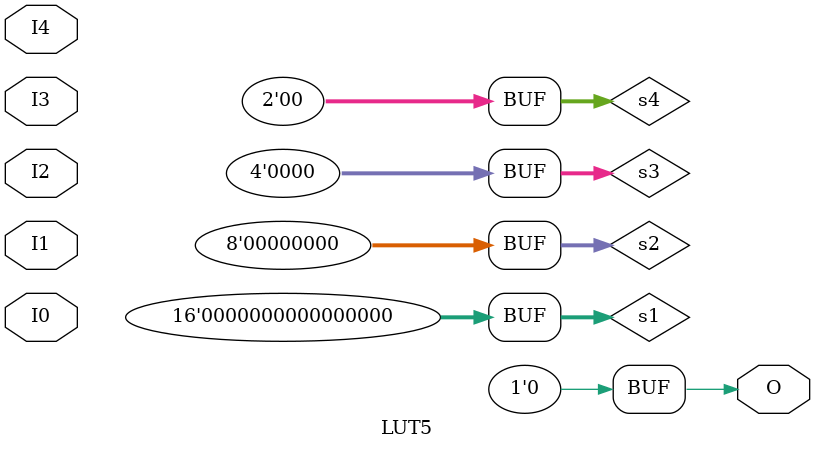
<source format=v>
module LUT5 #(
    parameter [31:0] INIT = 32'h00000000
)(
    input  wire I0, // Select Stage 1
    input  wire I1, // Select Stage 2
    input  wire I2, // Select Stage 3
    input  wire I3, // Select Stage 4
    input  wire I4, // Select Stage 5
    output wire O
);

    // Internal wires between MUX stages
    wire [15:0] s1;
    wire [7:0]  s2;
    wire [3:0]  s3;
    wire [1:0]  s4;

    // ---------------------------
    // STAGE 1: 32 -> 16
    // ---------------------------
    assign s1[0]  = I0 ? INIT[1]  : INIT[0];
    assign s1[1]  = I0 ? INIT[3]  : INIT[2];
    assign s1[2]  = I0 ? INIT[5]  : INIT[4];
    assign s1[3]  = I0 ? INIT[7]  : INIT[6];
    assign s1[4]  = I0 ? INIT[9]  : INIT[8];
    assign s1[5]  = I0 ? INIT[11] : INIT[10];
    assign s1[6]  = I0 ? INIT[13] : INIT[12];
    assign s1[7]  = I0 ? INIT[15] : INIT[14];
    assign s1[8]  = I0 ? INIT[17] : INIT[16];
    assign s1[9]  = I0 ? INIT[19] : INIT[18];
    assign s1[10] = I0 ? INIT[21] : INIT[20];
    assign s1[11] = I0 ? INIT[23] : INIT[22];
    assign s1[12] = I0 ? INIT[25] : INIT[24];
    assign s1[13] = I0 ? INIT[27] : INIT[26];
    assign s1[14] = I0 ? INIT[29] : INIT[28];
    assign s1[15] = I0 ? INIT[31] : INIT[30];

    // ---------------------------
    // STAGE 2: 16 -> 8
    // ---------------------------
    assign s2[0] = I1 ? s1[1]  : s1[0];
    assign s2[1] = I1 ? s1[3]  : s1[2];
    assign s2[2] = I1 ? s1[5]  : s1[4];
    assign s2[3] = I1 ? s1[7]  : s1[6];
    assign s2[4] = I1 ? s1[9]  : s1[8];
    assign s2[5] = I1 ? s1[11] : s1[10];
    assign s2[6] = I1 ? s1[13] : s1[12];
    assign s2[7] = I1 ? s1[15] : s1[14];

    // ---------------------------
    // STAGE 3: 8 -> 4
    // ---------------------------
    assign s3[0] = I2 ? s2[1] : s2[0];
    assign s3[1] = I2 ? s2[3] : s2[2];
    assign s3[2] = I2 ? s2[5] : s2[4];
    assign s3[3] = I2 ? s2[7] : s2[6];

    // ---------------------------
    // STAGE 4: 4 -> 2
    // ---------------------------
    assign s4[0] = I3 ? s3[1] : s3[0];
    assign s4[1] = I3 ? s3[3] : s3[2];

    // ---------------------------
    // STAGE 5: 2 -> 1
    // ---------------------------
    assign O = I4 ? s4[1] : s4[0];

endmodule

</source>
